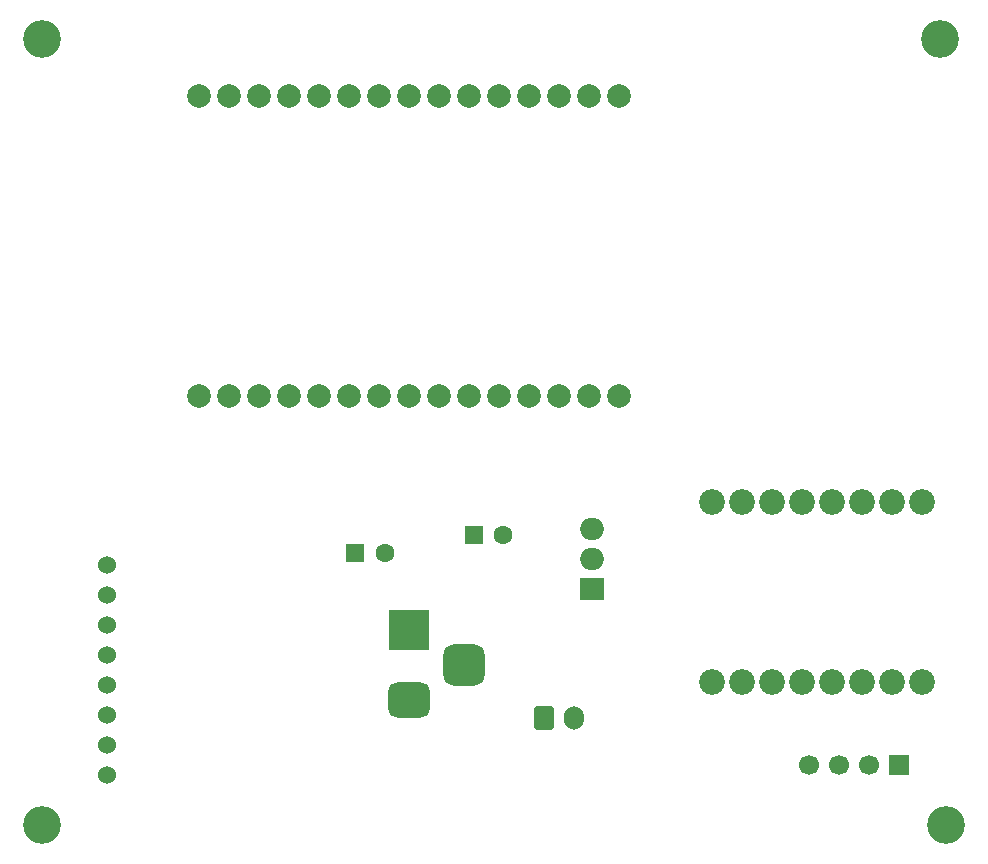
<source format=gbr>
%TF.GenerationSoftware,KiCad,Pcbnew,9.0.1-9.0.1-0~ubuntu22.04.1*%
%TF.CreationDate,2025-05-01T16:45:02+02:00*%
%TF.ProjectId,pcb,7063622e-6b69-4636-9164-5f7063625858,rev?*%
%TF.SameCoordinates,Original*%
%TF.FileFunction,Soldermask,Bot*%
%TF.FilePolarity,Negative*%
%FSLAX46Y46*%
G04 Gerber Fmt 4.6, Leading zero omitted, Abs format (unit mm)*
G04 Created by KiCad (PCBNEW 9.0.1-9.0.1-0~ubuntu22.04.1) date 2025-05-01 16:45:02*
%MOMM*%
%LPD*%
G01*
G04 APERTURE LIST*
G04 Aperture macros list*
%AMRoundRect*
0 Rectangle with rounded corners*
0 $1 Rounding radius*
0 $2 $3 $4 $5 $6 $7 $8 $9 X,Y pos of 4 corners*
0 Add a 4 corners polygon primitive as box body*
4,1,4,$2,$3,$4,$5,$6,$7,$8,$9,$2,$3,0*
0 Add four circle primitives for the rounded corners*
1,1,$1+$1,$2,$3*
1,1,$1+$1,$4,$5*
1,1,$1+$1,$6,$7*
1,1,$1+$1,$8,$9*
0 Add four rect primitives between the rounded corners*
20,1,$1+$1,$2,$3,$4,$5,0*
20,1,$1+$1,$4,$5,$6,$7,0*
20,1,$1+$1,$6,$7,$8,$9,0*
20,1,$1+$1,$8,$9,$2,$3,0*%
G04 Aperture macros list end*
%ADD10R,1.700000X1.700000*%
%ADD11C,1.700000*%
%ADD12C,3.200000*%
%ADD13R,1.600000X1.600000*%
%ADD14C,1.600000*%
%ADD15C,1.524000*%
%ADD16R,2.000000X1.905000*%
%ADD17O,2.000000X1.905000*%
%ADD18R,3.500000X3.500000*%
%ADD19RoundRect,0.750000X1.000000X-0.750000X1.000000X0.750000X-1.000000X0.750000X-1.000000X-0.750000X0*%
%ADD20RoundRect,0.875000X0.875000X-0.875000X0.875000X0.875000X-0.875000X0.875000X-0.875000X-0.875000X0*%
%ADD21C,2.184000*%
%ADD22C,2.000000*%
%ADD23RoundRect,0.250000X-0.600000X-0.750000X0.600000X-0.750000X0.600000X0.750000X-0.600000X0.750000X0*%
%ADD24O,1.700000X2.000000*%
G04 APERTURE END LIST*
D10*
%TO.C,J4*%
X188540000Y-115000000D03*
D11*
X186000000Y-115000000D03*
X183460000Y-115000000D03*
X180920000Y-115000000D03*
%TD*%
D12*
%TO.C,H4*%
X192500000Y-120000000D03*
%TD*%
%TO.C,H3*%
X116000000Y-120000000D03*
%TD*%
%TO.C,H2*%
X192000000Y-53500000D03*
%TD*%
%TO.C,H1*%
X116000000Y-53500000D03*
%TD*%
D13*
%TO.C,C1*%
X142500000Y-97000000D03*
D14*
X145000000Y-97000000D03*
%TD*%
D15*
%TO.C,U2*%
X121495000Y-97999000D03*
X121495000Y-100539000D03*
X121495000Y-103079000D03*
X121495000Y-105619000D03*
X121495000Y-108159000D03*
X121495000Y-110699000D03*
X121495000Y-113239000D03*
X121495000Y-115779000D03*
%TD*%
D16*
%TO.C,U3*%
X162500000Y-100040000D03*
D17*
X162500000Y-97500000D03*
X162500000Y-94960000D03*
%TD*%
D18*
%TO.C,J3*%
X147000000Y-103500000D03*
D19*
X147000000Y-109500000D03*
D20*
X151700000Y-106500000D03*
%TD*%
D21*
%TO.C,U4*%
X172730000Y-107930000D03*
X175270000Y-107930000D03*
X177810000Y-107930000D03*
X180350000Y-107930000D03*
X182890000Y-107930000D03*
X185430000Y-107930000D03*
X187970000Y-107930000D03*
X190510000Y-107930000D03*
X190510000Y-92690000D03*
X187970000Y-92690000D03*
X185430000Y-92690000D03*
X182890000Y-92690000D03*
X180350000Y-92690000D03*
X177810000Y-92690000D03*
X175270000Y-92690000D03*
X172730000Y-92690000D03*
%TD*%
D22*
%TO.C,U1*%
X129220000Y-83700000D03*
X131760000Y-83700000D03*
X134300000Y-83700000D03*
X136840000Y-83700000D03*
X139380000Y-83700000D03*
X141920000Y-83700000D03*
X144460000Y-83700000D03*
X147000000Y-83700000D03*
X149540000Y-83700000D03*
X152080000Y-83700000D03*
X154620000Y-83700000D03*
X157160000Y-83700000D03*
X159700000Y-83700000D03*
X162240000Y-83700000D03*
X164780000Y-83700000D03*
X164780000Y-58300000D03*
X162240000Y-58300000D03*
X159700000Y-58300000D03*
X157160000Y-58300000D03*
X154620000Y-58300000D03*
X152080000Y-58300000D03*
X149540000Y-58300000D03*
X147000000Y-58300000D03*
X144460000Y-58300000D03*
X141920000Y-58300000D03*
X139380000Y-58300000D03*
X136840000Y-58300000D03*
X134300000Y-58300000D03*
X131760000Y-58300000D03*
X129220000Y-58300000D03*
%TD*%
D23*
%TO.C,J2*%
X158500000Y-111000000D03*
D24*
X161000000Y-111000000D03*
%TD*%
D13*
%TO.C,C2*%
X152500000Y-95500000D03*
D14*
X155000000Y-95500000D03*
%TD*%
M02*

</source>
